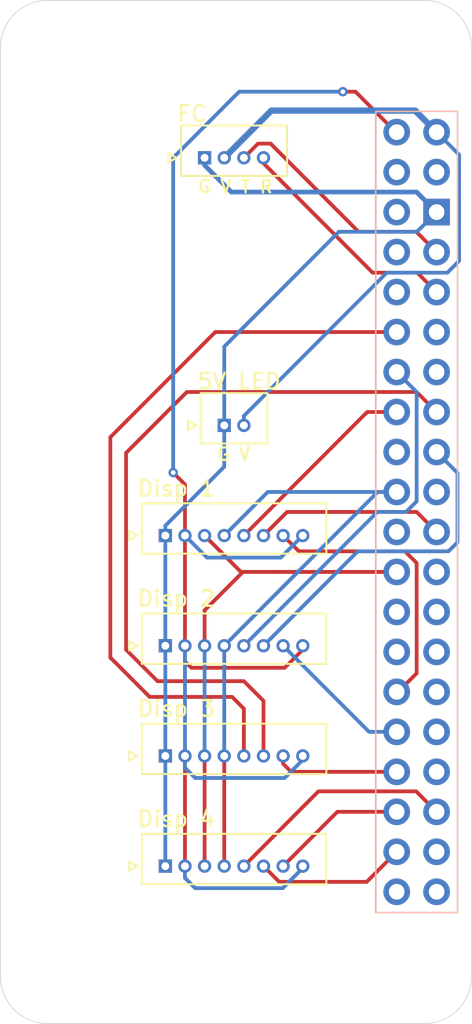
<source format=kicad_pcb>
(kicad_pcb (version 20240108) (generator "pcbnew") (generator_version "8.0")
  (layers (0 "F.Cu" signal) (31 "B.Cu" signal) (34 "B.Paste" user) (35 "F.Paste" user) (36 "B.SilkS" user "B.Silkscreen") (37 "F.SilkS" user "F.Silkscreen") (38 "B.Mask" user) (39 "F.Mask" user) (44 "Edge.Cuts" user))
  (net 0 "")
  (net 1 "Net-(J1-DP2_RST)")
  (net 2 "Net-(J1-DP1_RST)")
  (net 6 "Net-(J1-DP3_DC)")
  (net 10 "Net-(J1-DP2_CS)")
  (net 12 "Net-(J1-DP1_CS)")
  (net 13 "Net-(J1-SDA)")
  (net 14 "Net-(J1-DP2_DC)")
  (net 18 "Net-(J1-3.3V)")
  (net 19 "Net-(J1-Pin_10)")
  (net 21 "Net-(J1-DP4_RST)")
  (net 22 "Net-(J1-DP3_RST)")
  (net 24 "Net-(J1-DP1_DC)")
  (net 25 "Net-(J1-SCK)")
  (net 28 "GND")
  (net 30 "Net-(J1-DP4_DC)")
  (net 31 "Net-(J1-DP4_CS)")
  (net 33 "Net-(J1-DP3_CS)")
  (net 36 "Net-(J1-Pin_8)")
  (net 38 "Net-(J6-5V)")
  (footprint "Custom:jst_1.25mm_8p" (layer "F.Cu") (at 140.5 120 180)
    (property "Reference" "J5" (hide yes))
    (property "Value" "jst_1.25mm_8p" (hide yes))
  )
  (footprint "MountingHole:MountingHole_2.2mm_M2" (layer "F.Cu") (at 133.5 68.5)
    (property "Reference" "H1" (hide yes))
    (property "Value" "MountingHole" (hide yes))
  )
  (footprint "Custom:jst_1.25mm_8p" (layer "F.Cu") (at 140.5 99 180)
    (property "Reference" "J2" (hide yes))
    (property "Value" "jst_1.25mm_8p" (hide yes))
  )
  (footprint "Connector_PinSocket_2.54mm:PinSocket_2x20_P2.54mm_Vertical" (layer "F.Cu") (at 156.5 97.5)
    (property "Reference" "J1" (hide yes))
    (property "Value" "Conn_02x20_Odd_Even" (hide yes))
  )
  (footprint "Custom:jst_1.25mm_8p" (layer "F.Cu") (at 140.5 106 180)
    (property "Reference" "J3" (hide yes))
    (property "Value" "jst_1.25mm_8p" (hide yes))
  )
  (footprint "Custom:jst_1.25mm_2p" (layer "F.Cu") (at 144.25 92 180)
    (property "Reference" "J7" (hide yes))
    (property "Value" "jst_1.25mm_2p" (hide yes))
  )
  (footprint "MountingHole:MountingHole_2.2mm_M2" (layer "F.Cu") (at 156.5 126.5)
    (property "Reference" "H4" (hide yes))
    (property "Value" "MountingHole" (hide yes))
  )
  (footprint "MountingHole:MountingHole_2.2mm_M2" (layer "F.Cu") (at 133.5 126.5)
    (property "Reference" "H3" (hide yes))
    (property "Value" "MountingHole" (hide yes))
  )
  (footprint "MountingHole:MountingHole_2.2mm_M2" (layer "F.Cu") (at 156.5 68.5)
    (property "Reference" "H2" (hide yes))
    (property "Value" "MountingHole" (hide yes))
  )
  (footprint "Custom:jst_1.25mm_8p" (layer "F.Cu") (at 140.5 113 180)
    (property "Reference" "J4" (hide yes))
    (property "Value" "jst_1.25mm_8p" (hide yes))
  )
  (footprint "Custom:jst_1.25mm_4p" (layer "F.Cu") (at 143 75 180)
    (property "Reference" "J6" (hide yes))
    (property "Value" "jst_1.25mm_4p" (hide yes))
  )
  (gr_line (start 159.1 122.95) (end 159.1 72.05) (stroke (width 0.1)) (layer "B.SilkS"))
  (gr_line (start 153.9 122.95) (end 159.1 122.95) (stroke (width 0.1)) (layer "B.SilkS"))
  (gr_line (start 153.9 72.05) (end 153.9 122.95) (stroke (width 0.1)) (layer "B.SilkS"))
  (gr_line (start 159.1 72.05) (end 153.9 72.05) (stroke (width 0.1)) (layer "B.SilkS"))
  (gr_line (start 157 130) (end 133 130) (stroke (width 0.05)) (layer "Edge.Cuts"))
  (gr_arc (start 130 68) (mid 130.87868 65.87868) (end 133 65) (stroke (width 0.05)) (layer "Edge.Cuts"))
  (gr_arc (start 160 127) (mid 159.12132 129.12132) (end 157 130) (stroke (width 0.05)) (layer "Edge.Cuts"))
  (gr_arc (start 157 65) (mid 159.12132 65.87868) (end 160 68) (stroke (width 0.05)) (layer "Edge.Cuts"))
  (gr_arc (start 133 130) (mid 130.87868 129.12132) (end 130 127) (stroke (width 0.05)) (layer "Edge.Cuts"))
  (gr_line (start 160 68) (end 160 127) (stroke (width 0.05)) (layer "Edge.Cuts"))
  (gr_line (start 130 127) (end 130 68) (stroke (width 0.05)) (layer "Edge.Cuts"))
  (gr_line (start 133 65) (end 157 65) (stroke (width 0.05)) (layer "Edge.Cuts"))
  (gr_text "G V T R" (at 142.5 77.3 0) (layer "F.SilkS") (effects (font (size 0.8 0.8)) (justify left bottom)))
  (gr_text "G V" (at 143.7 94.3 0) (layer "F.SilkS") (effects (font (size 0.8 0.8)) (justify left bottom)))
  (segment (start 156.5 89.88) (end 155.23 88.61) (width 0.24) (layer "B.Cu") (net 1))
  (segment (start 155.826346 97.5) (end 156.5 96.826346) (width 0.24) (layer "B.Cu") (net 1))
  (segment (start 145.5 106) (end 154 97.5) (width 0.24) (layer "B.Cu") (net 1))
  (segment (start 156.5 96.826346) (end 156.5 89.88) (width 0.24) (layer "B.Cu") (net 1))
  (segment (start 154 97.5) (end 155.826346 97.5) (width 0.24) (layer "B.Cu") (net 1))
  (segment (start 153.35 91.15) (end 155.23 91.15) (width 0.24) (layer "F.Cu") (net 2))
  (segment (start 145.5 99) (end 153.35 91.15) (width 0.24) (layer "F.Cu") (net 2))
  (segment (start 141.87 89.88) (end 156.5 89.88) (width 0.24) (layer "F.Cu") (net 6))
  (segment (start 145.5 108.25) (end 140 108.25) (width 0.24) (layer "F.Cu") (net 6))
  (segment (start 146.75 113) (end 146.75 109.5) (width 0.24) (layer "F.Cu") (net 6))
  (segment (start 138 93.75) (end 141.87 89.88) (width 0.24) (layer "F.Cu") (net 6))
  (segment (start 140 108.25) (end 138 106.25) (width 0.24) (layer "F.Cu") (net 6))
  (segment (start 146.75 109.5) (end 145.5 108.25) (width 0.24) (layer "F.Cu") (net 6))
  (segment (start 156.5 89.88) (end 157.77 91.15) (width 0.24) (layer "F.Cu") (net 6))
  (segment (start 138 106.25) (end 138 93.75) (width 0.24) (layer "F.Cu") (net 6))
  (segment (start 153.47 111.47) (end 155.23 111.47) (width 0.24) (layer "B.Cu") (net 10))
  (segment (start 148 106) (end 153.47 111.47) (width 0.24) (layer "B.Cu") (net 10))
  (segment (start 148 99) (end 149 100) (width 0.24) (layer "F.Cu") (net 12))
  (segment (start 155.23 108.855) (end 155.23 108.93) (width 0.24) (layer "F.Cu") (net 12))
  (segment (start 155.395 108.855) (end 155.23 108.855) (width 0.24) (layer "F.Cu") (net 12))
  (segment (start 156.5 107.75) (end 155.395 108.855) (width 0.24) (layer "F.Cu") (net 12))
  (segment (start 155.757057 100) (end 156.5 100.742943) (width 0.24) (layer "F.Cu") (net 12))
  (segment (start 156.5 100.742943) (end 156.5 107.75) (width 0.24) (layer "F.Cu") (net 12))
  (segment (start 149 100) (end 155.757057 100) (width 0.24) (layer "F.Cu") (net 12))
  (segment (start 144.25 120) (end 144.25 113) (width 0.24) (layer "F.Cu") (net 13))
  (segment (start 147.02 96.23) (end 155.23 96.23) (width 0.24) (layer "B.Cu") (net 13))
  (segment (start 144.25 113) (end 144.25 106) (width 0.24) (layer "B.Cu") (net 13))
  (segment (start 154.02 96.23) (end 155.23 96.23) (width 0.24) (layer "B.Cu") (net 13))
  (segment (start 144.25 106) (end 154.02 96.23) (width 0.24) (layer "B.Cu") (net 13))
  (segment (start 144.25 99) (end 147.02 96.23) (width 0.24) (layer "B.Cu") (net 13))
  (segment (start 152.75 100) (end 158.52608 100) (width 0.24) (layer "B.Cu") (net 14))
  (segment (start 146.75 106) (end 152.75 100) (width 0.24) (layer "B.Cu") (net 14))
  (segment (start 159.1 99.42608) (end 159.1 95.02) (width 0.24) (layer "B.Cu") (net 14))
  (segment (start 159.1 95.02) (end 157.77 93.69) (width 0.24) (layer "B.Cu") (net 14))
  (segment (start 158.52608 100) (end 159.1 99.42608) (width 0.24) (layer "B.Cu") (net 14))
  (segment (start 141.75 107) (end 141.75 106) (width 0.24) (layer "F.Cu") (net 18))
  (segment (start 149.25 106) (end 149.25 106.25) (width 0.24) (layer "F.Cu") (net 18))
  (segment (start 155.175 73.37) (end 155.23 73.37) (width 0.24) (layer "F.Cu") (net 18))
  (segment (start 141.75 120) (end 141.75 113) (width 0.24) (layer "F.Cu") (net 18))
  (segment (start 151.8 70.8) (end 152.605 70.8) (width 0.24) (layer "F.Cu") (net 18))
  (segment (start 141.75 99) (end 141.75 95.75) (width 0.24) (layer "F.Cu") (net 18))
  (segment (start 152.605 70.8) (end 155.175 73.37) (width 0.24) (layer "F.Cu") (net 18))
  (segment (start 142.15 107.4) (end 141.75 107) (width 0.24) (layer "F.Cu") (net 18))
  (segment (start 148.1 107.4) (end 142.15 107.4) (width 0.24) (layer "F.Cu") (net 18))
  (segment (start 149.25 106.25) (end 148.1 107.4) (width 0.24) (layer "F.Cu") (net 18))
  (segment (start 141.75 106) (end 141.75 99) (width 0.24) (layer "F.Cu") (net 18))
  (segment (start 141.75 95.75) (end 141 95) (width 0.24) (layer "F.Cu") (net 18))
  (via (at 151.8 70.8) (size 0.6) (drill 0.3) (layers "F.Cu" "B.Cu") (net 18))
  (via (at 141 95) (size 0.6) (drill 0.3) (layers "F.Cu" "B.Cu") (net 18))
  (segment (start 143.15 100.4) (end 141.75 99) (width 0.24) (layer "B.Cu") (net 18))
  (segment (start 149.25 120.125) (end 147.975 121.4) (width 0.24) (layer "B.Cu") (net 18))
  (segment (start 149.25 113) (end 149.25 113.25) (width 0.24) (layer "B.Cu") (net 18))
  (segment (start 147.975 121.4) (end 142.4 121.4) (width 0.24) (layer "B.Cu") (net 18))
  (segment (start 149.25 113.25) (end 148.1 114.4) (width 0.24) (layer "B.Cu") (net 18))
  (segment (start 142.4 114.4) (end 141.75 113.75) (width 0.24) (layer "B.Cu") (net 18))
  (segment (start 141.75 120.75) (end 141.75 120) (width 0.24) (layer "B.Cu") (net 18))
  (segment (start 151.8 70.8) (end 145.2 70.8) (width 0.24) (layer "B.Cu") (net 18))
  (segment (start 141.75 113.75) (end 141.75 113) (width 0.24) (layer "B.Cu") (net 18))
  (segment (start 145.2 70.8) (end 141 75) (width 0.24) (layer "B.Cu") (net 18))
  (segment (start 149.25 120) (end 149.25 120.125) (width 0.24) (layer "B.Cu") (net 18))
  (segment (start 142.4 121.4) (end 141.75 120.75) (width 0.24) (layer "B.Cu") (net 18))
  (segment (start 141 75) (end 141 95) (width 0.24) (layer "B.Cu") (net 18))
  (segment (start 148.1 114.4) (end 142.4 114.4) (width 0.24) (layer "B.Cu") (net 18))
  (segment (start 149.25 99) (end 147.85 100.4) (width 0.24) (layer "B.Cu") (net 18))
  (segment (start 141.75 106) (end 141.75 113) (width 0.24) (layer "B.Cu") (net 18))
  (segment (start 147.85 100.4) (end 143.15 100.4) (width 0.24) (layer "B.Cu") (net 18))
  (segment (start 146.75 75) (end 146.75 75.35) (width 0.24) (layer "F.Cu") (net 19))
  (segment (start 153.7 82.3) (end 156.54 82.3) (width 0.24) (layer "F.Cu") (net 19))
  (segment (start 156.54 82.3) (end 157.77 83.53) (width 0.24) (layer "F.Cu") (net 19))
  (segment (start 146.75 75.35) (end 153.7 82.3) (width 0.24) (layer "F.Cu") (net 19))
  (segment (start 145.5 120) (end 150.25 115.25) (width 0.24) (layer "F.Cu") (net 21))
  (segment (start 150.25 115.25) (end 156.47 115.25) (width 0.24) (layer "F.Cu") (net 21))
  (segment (start 156.47 115.25) (end 157.77 116.55) (width 0.24) (layer "F.Cu") (net 21))
  (segment (start 145.5 113) (end 145.5 110) (width 0.24) (layer "F.Cu") (net 22))
  (segment (start 139.5 109.25) (end 137 106.75) (width 0.24) (layer "F.Cu") (net 22))
  (segment (start 144.75 109.25) (end 139.5 109.25) (width 0.24) (layer "F.Cu") (net 22))
  (segment (start 137 92.75) (end 143.68 86.07) (width 0.24) (layer "F.Cu") (net 22))
  (segment (start 145.5 110) (end 144.75 109.25) (width 0.24) (layer "F.Cu") (net 22))
  (segment (start 137 106.75) (end 137 92.75) (width 0.24) (layer "F.Cu") (net 22))
  (segment (start 143.68 86.07) (end 155.23 86.07) (width 0.24) (layer "F.Cu") (net 22))
  (segment (start 156.5 97.5) (end 157.77 98.77) (width 0.24) (layer "F.Cu") (net 24))
  (segment (start 148.25 97.5) (end 156.5 97.5) (width 0.24) (layer "F.Cu") (net 24))
  (segment (start 146.75 99) (end 148.25 97.5) (width 0.24) (layer "F.Cu") (net 24))
  (segment (start 145.31 101.31) (end 143 99) (width 0.24) (layer "F.Cu") (net 25))
  (segment (start 145.44 101.31) (end 147.69 101.31) (width 0.24) (layer "F.Cu") (net 25))
  (segment (start 147.69 101.31) (end 155.23 101.31) (width 0.24) (layer "F.Cu") (net 25))
  (segment (start 155.23 101.31) (end 145.31 101.31) (width 0.24) (layer "F.Cu") (net 25))
  (segment (start 143 120) (end 143 113) (width 0.24) (layer "F.Cu") (net 25))
  (segment (start 143 106) (end 143 103.75) (width 0.24) (layer "F.Cu") (net 25))
  (segment (start 143 103.75) (end 145.44 101.31) (width 0.24) (layer "F.Cu") (net 25))
  (segment (start 143 106) (end 143 113) (width 0.24) (layer "B.Cu") (net 25))
  (segment (start 156.495 77.175) (end 157.77 78.45) (width 0.3) (layer "B.Cu") (net 28))
  (segment (start 144.7 77.175) (end 156.495 77.175) (width 0.3) (layer "B.Cu") (net 28))
  (segment (start 140.5 113) (end 140.5 106) (width 0.24) (layer "B.Cu") (net 28))
  (segment (start 143 75.475) (end 144.7 77.175) (width 0.3) (layer "B.Cu") (net 28))
  (segment (start 151.55 79.7) (end 156.52 79.7) (width 0.24) (layer "B.Cu") (net 28))
  (segment (start 140.5 120) (end 140.5 113) (width 0.24) (layer "B.Cu") (net 28))
  (segment (start 140.5 98.375) (end 144.25 94.625) (width 0.24) (layer "B.Cu") (net 28))
  (segment (start 144.25 87) (end 151.55 79.7) (width 0.24) (layer "B.Cu") (net 28))
  (segment (start 143 75) (end 143 75.475) (width 0.3) (layer "B.Cu") (net 28))
  (segment (start 144.25 94.625) (end 144.25 92) (width 0.24) (layer "B.Cu") (net 28))
  (segment (start 140.5 106) (end 140.5 99) (width 0.24) (layer "B.Cu") (net 28))
  (segment (start 156.52 79.7) (end 157.77 78.45) (width 0.24) (layer "B.Cu") (net 28))
  (segment (start 140.5 99) (end 140.5 98.375) (width 0.24) (layer "B.Cu") (net 28))
  (segment (start 144.25 92) (end 144.25 87) (width 0.24) (layer "B.Cu") (net 28))
  (segment (start 147.75 121) (end 153.32 121) (width 0.24) (layer "F.Cu") (net 30))
  (segment (start 146.75 120) (end 147.75 121) (width 0.24) (layer "F.Cu") (net 30))
  (segment (start 153.32 121) (end 155.23 119.09) (width 0.24) (layer "F.Cu") (net 30))
  (segment (start 148 120) (end 151.45 116.55) (width 0.24) (layer "F.Cu") (net 31))
  (segment (start 151.45 116.55) (end 155.23 116.55) (width 0.24) (layer "F.Cu") (net 31))
  (segment (start 148 113.5) (end 148.51 114.01) (width 0.24) (layer "F.Cu") (net 33))
  (segment (start 148 113) (end 148 113.5) (width 0.24) (layer "F.Cu") (net 33))
  (segment (start 148.51 114.01) (end 155.23 114.01) (width 0.24) (layer "F.Cu") (net 33))
  (segment (start 152.8 79.7) (end 156.48 79.7) (width 0.24) (layer "F.Cu") (net 36))
  (segment (start 146.4 74.1) (end 147.2 74.1) (width 0.24) (layer "F.Cu") (net 36))
  (segment (start 147.2 74.1) (end 152.8 79.7) (width 0.24) (layer "F.Cu") (net 36))
  (segment (start 145.5 75) (end 146.4 74.1) (width 0.24) (layer "F.Cu") (net 36))
  (segment (start 156.48 79.7) (end 157.77 80.99) (width 0.24) (layer "F.Cu") (net 36))
  (segment (start 156.4 72) (end 157.77 73.37) (width 0.4) (layer "B.Cu") (net 38))
  (segment (start 159.202637 74.802637) (end 157.77 73.37) (width 0.24) (layer "B.Cu") (net 38))
  (segment (start 158.453846 82.3) (end 159.202637 81.551209) (width 0.24) (layer "B.Cu") (net 38))
  (segment (start 144.25 75) (end 147.25 72) (width 0.4) (layer "B.Cu") (net 38))
  (segment (start 159.202637 81.551209) (end 159.202637 74.802637) (width 0.24) (layer "B.Cu") (net 38))
  (segment (start 145.5 92) (end 145.5 91.4) (width 0.24) (layer "B.Cu") (net 38))
  (segment (start 154.6 82.3) (end 158.453846 82.3) (width 0.24) (layer "B.Cu") (net 38))
  (segment (start 147.25 72) (end 156.4 72) (width 0.4) (layer "B.Cu") (net 38))
  (segment (start 145.5 91.4) (end 154.6 82.3) (width 0.24) (layer "B.Cu") (net 38))
)
</source>
